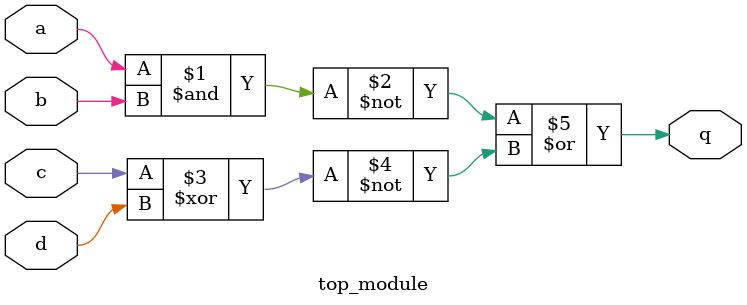
<source format=sv>
module top_module (
  input a,
  input b,
  input c,
  input d,
  output q
);

  assign q = ~(a & b) | ~(c ^ d);

endmodule

</source>
